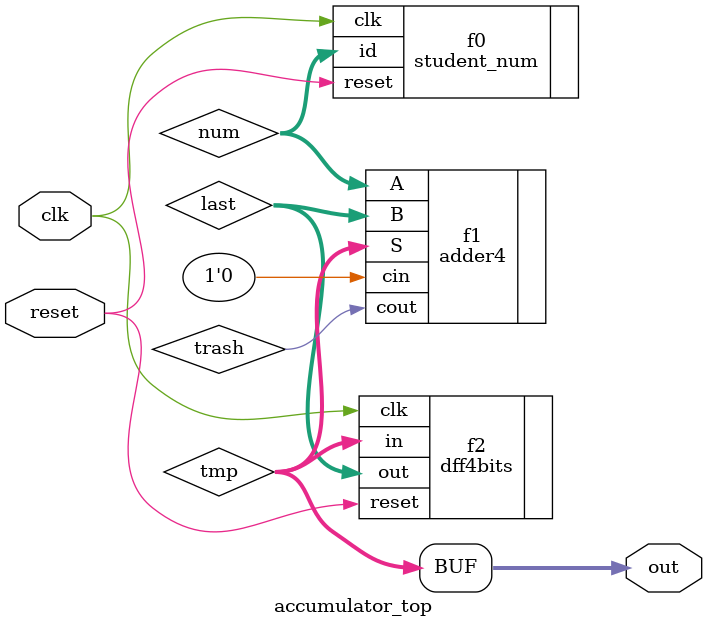
<source format=sv>
module accumulator_top(
	output logic [3:0]out,
	input clk, reset
);

logic [3:0]last;
logic [3:0]num;
logic [3:0]tmp;
student_num f0(
	.clk(clk),
	.reset(reset),
	.id(num)
);

logic trash;
adder4 f1(
	.A(num),
	.B(last),
	.S(tmp),
	.cout(trash),
	.cin(1'b0)
);

dff4bits f2(
	.clk(clk),
	.reset(reset),
	.in(tmp),
	.out(last)
);

assign out = tmp;

endmodule

</source>
